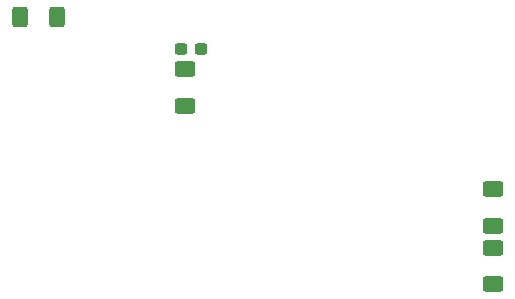
<source format=gbr>
%TF.GenerationSoftware,KiCad,Pcbnew,9.0.0*%
%TF.CreationDate,2025-06-04T20:24:47+02:00*%
%TF.ProjectId,capibarazeroPCB,63617069-6261-4726-917a-65726f504342,rev?*%
%TF.SameCoordinates,Original*%
%TF.FileFunction,Paste,Top*%
%TF.FilePolarity,Positive*%
%FSLAX46Y46*%
G04 Gerber Fmt 4.6, Leading zero omitted, Abs format (unit mm)*
G04 Created by KiCad (PCBNEW 9.0.0) date 2025-06-04 20:24:47*
%MOMM*%
%LPD*%
G01*
G04 APERTURE LIST*
G04 Aperture macros list*
%AMRoundRect*
0 Rectangle with rounded corners*
0 $1 Rounding radius*
0 $2 $3 $4 $5 $6 $7 $8 $9 X,Y pos of 4 corners*
0 Add a 4 corners polygon primitive as box body*
4,1,4,$2,$3,$4,$5,$6,$7,$8,$9,$2,$3,0*
0 Add four circle primitives for the rounded corners*
1,1,$1+$1,$2,$3*
1,1,$1+$1,$4,$5*
1,1,$1+$1,$6,$7*
1,1,$1+$1,$8,$9*
0 Add four rect primitives between the rounded corners*
20,1,$1+$1,$2,$3,$4,$5,0*
20,1,$1+$1,$4,$5,$6,$7,0*
20,1,$1+$1,$6,$7,$8,$9,0*
20,1,$1+$1,$8,$9,$2,$3,0*%
G04 Aperture macros list end*
%ADD10RoundRect,0.250000X0.625000X-0.400000X0.625000X0.400000X-0.625000X0.400000X-0.625000X-0.400000X0*%
%ADD11RoundRect,0.250000X0.400000X0.625000X-0.400000X0.625000X-0.400000X-0.625000X0.400000X-0.625000X0*%
%ADD12RoundRect,0.237500X-0.300000X-0.237500X0.300000X-0.237500X0.300000X0.237500X-0.300000X0.237500X0*%
G04 APERTURE END LIST*
D10*
%TO.C,R4*%
X144450000Y-72850000D03*
X144450000Y-69750000D03*
%TD*%
D11*
%TO.C,R3*%
X133600000Y-65350000D03*
X130500000Y-65350000D03*
%TD*%
D10*
%TO.C,R2*%
X170550000Y-83000000D03*
X170550000Y-79900000D03*
%TD*%
%TO.C,R1*%
X170550000Y-87950000D03*
X170550000Y-84850000D03*
%TD*%
D12*
%TO.C,C1*%
X144137500Y-68000000D03*
X145862500Y-68000000D03*
%TD*%
M02*

</source>
